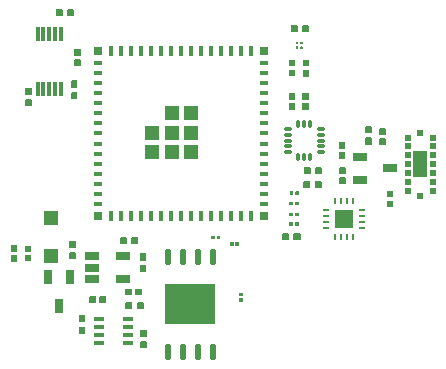
<source format=gtp>
G04 Layer: TopPasteMaskLayer*
G04 Panelize: , Column: 1, Row: 1, Board Size: 43.14mm x 33.02mm, Panelized Board Size: 43.14mm x 33.02mm*
G04 EasyEDA v6.5.39, 2023-12-15 19:25:59*
G04 3b811ad68a954a9fa16293bbb790c8b3,9a4ed40c0dd746429eaf55b84663d2fb,10*
G04 Gerber Generator version 0.2*
G04 Scale: 100 percent, Rotated: No, Reflected: No *
G04 Dimensions in millimeters *
G04 leading zeros omitted , absolute positions ,4 integer and 5 decimal *
%FSLAX45Y45*%
%MOMM*%

%AMMACRO1*21,1,$1,$2,0,0,$3*%
%AMMACRO2*4,1,4,-0.2,0.4001,0.2,0.4001,0.2,-0.4001,-0.2,-0.4001,-0.2,0.4001,0*%
%AMMACRO3*4,1,4,-0.1999,0.4001,0.1999,0.4001,0.1999,-0.4001,-0.1999,-0.4001,-0.1999,0.4001,0*%
%AMMACRO4*4,1,4,-0.2,0.4,0.2,0.4,0.2,-0.4,-0.2,-0.4,-0.2,0.4,0*%
%AMMACRO5*4,1,4,-0.1999,0.4,0.1999,0.4,0.1999,-0.4,-0.1999,-0.4,-0.1999,0.4,0*%
%ADD10R,1.1999X1.1999*%
%ADD11R,0.9000X0.4000*%
%ADD12O,0.5599938X1.3999972*%
%ADD13MACRO1,3.4X4.3002X90.0000*%
%ADD14R,0.7000X1.2500*%
%ADD15MACRO1,0.6223X1.1049X-90.0000*%
%ADD16R,1.2000X1.2000*%
%ADD17R,0.6000X0.5000*%
%ADD18R,0.3000X1.3000*%
%ADD19R,0.2500X0.6000*%
%ADD20R,0.6000X0.2500*%
%ADD21R,1.5000X1.5000*%
%ADD22O,0.7999984X0.2800096*%
%ADD23O,0.2800096X0.7999984*%
%ADD24R,0.8001X0.8001*%
%ADD25MACRO2*%
%ADD26MACRO3*%
%ADD27R,0.8001X0.4001*%
%ADD28MACRO4*%
%ADD29MACRO5*%
%ADD30R,0.5000X0.5000*%
%ADD31R,1.2000X2.3160*%
%ADD32R,1.2500X0.7000*%
%ADD33R,0.0106X0.7000*%

%LPD*%
G36*
X-70408Y-426415D02*
G01*
X-77419Y-431393D01*
X-77419Y-476402D01*
X-70408Y-481380D01*
X-22402Y-481380D01*
X-17373Y-476402D01*
X-17373Y-431393D01*
X-22402Y-426415D01*
G37*
G36*
X-168402Y-426415D02*
G01*
X-173380Y-431393D01*
X-173380Y-476402D01*
X-168402Y-481380D01*
X-120396Y-481380D01*
X-113385Y-476402D01*
X-113385Y-431393D01*
X-120396Y-426415D01*
G37*
G36*
X-563118Y-534873D02*
G01*
X-568096Y-539902D01*
X-568096Y-587908D01*
X-563118Y-594918D01*
X-518109Y-594918D01*
X-513080Y-587908D01*
X-513080Y-539902D01*
X-518109Y-534873D01*
G37*
G36*
X-563118Y-630885D02*
G01*
X-568096Y-637895D01*
X-568096Y-685901D01*
X-563118Y-690880D01*
X-518109Y-690880D01*
X-513080Y-685901D01*
X-513080Y-637895D01*
X-518109Y-630885D01*
G37*
G36*
X-41402Y-752094D02*
G01*
X-46380Y-759104D01*
X-46380Y-807110D01*
X-41402Y-812088D01*
X3606Y-812088D01*
X8585Y-807110D01*
X8585Y-759104D01*
X3606Y-752094D01*
G37*
G36*
X-41402Y-656082D02*
G01*
X-46380Y-661111D01*
X-46380Y-709117D01*
X-41402Y-716076D01*
X3606Y-716076D01*
X8585Y-709117D01*
X8585Y-661111D01*
X3606Y-656082D01*
G37*
G36*
X-474675Y-375005D02*
G01*
X-478688Y-379018D01*
X-478688Y-424992D01*
X-474675Y-429006D01*
X-424586Y-429006D01*
X-420624Y-424992D01*
X-420624Y-379018D01*
X-424586Y-375005D01*
G37*
G36*
X-389585Y-375005D02*
G01*
X-393598Y-379018D01*
X-393598Y-424992D01*
X-389585Y-429006D01*
X-339547Y-429006D01*
X-335534Y-424992D01*
X-335534Y-379018D01*
X-339547Y-375005D01*
G37*
G36*
X1218184Y255320D02*
G01*
X1215796Y252882D01*
X1215796Y225298D01*
X1218184Y222910D01*
X1244600Y222910D01*
X1246987Y225298D01*
X1246987Y252882D01*
X1244600Y255320D01*
G37*
G36*
X1265580Y255320D02*
G01*
X1263192Y252882D01*
X1263192Y225298D01*
X1265580Y222910D01*
X1291996Y222910D01*
X1294384Y225298D01*
X1294384Y252882D01*
X1291996Y255320D01*
G37*
G36*
X1217422Y334314D02*
G01*
X1215034Y331927D01*
X1215034Y304292D01*
X1217422Y301904D01*
X1243838Y301904D01*
X1246225Y304292D01*
X1246225Y331927D01*
X1243838Y334314D01*
G37*
G36*
X1264818Y334314D02*
G01*
X1262430Y331927D01*
X1262430Y304292D01*
X1264818Y301904D01*
X1291234Y301904D01*
X1293622Y304292D01*
X1293622Y331927D01*
X1291234Y334314D01*
G37*
G36*
X1216660Y427278D02*
G01*
X1214272Y424840D01*
X1214272Y397256D01*
X1216660Y394868D01*
X1243076Y394868D01*
X1245463Y397256D01*
X1245463Y424840D01*
X1243076Y427278D01*
G37*
G36*
X1264056Y427278D02*
G01*
X1261668Y424840D01*
X1261668Y397256D01*
X1264056Y394868D01*
X1290472Y394868D01*
X1292860Y397256D01*
X1292860Y424840D01*
X1290472Y427278D01*
G37*
G36*
X1219962Y513384D02*
G01*
X1217574Y510997D01*
X1217574Y483362D01*
X1219962Y480974D01*
X1246378Y480974D01*
X1248765Y483362D01*
X1248765Y510997D01*
X1246378Y513384D01*
G37*
G36*
X1267358Y513384D02*
G01*
X1264970Y510997D01*
X1264970Y483362D01*
X1267358Y480974D01*
X1293774Y480974D01*
X1296162Y483362D01*
X1296162Y510997D01*
X1293774Y513384D01*
G37*
G36*
X-1015390Y1390700D02*
G01*
X-1020368Y1385671D01*
X-1020368Y1337665D01*
X-1015390Y1330655D01*
X-970381Y1330655D01*
X-965403Y1337665D01*
X-965403Y1385671D01*
X-970381Y1390700D01*
G37*
G36*
X-1015390Y1294688D02*
G01*
X-1020368Y1287678D01*
X-1020368Y1239672D01*
X-1015390Y1234694D01*
X-970381Y1234694D01*
X-965403Y1239672D01*
X-965403Y1287678D01*
X-970381Y1294688D01*
G37*
G36*
X-85699Y-311099D02*
G01*
X-89712Y-315112D01*
X-89712Y-361086D01*
X-85699Y-365099D01*
X-35661Y-365099D01*
X-31648Y-361086D01*
X-31648Y-315112D01*
X-35661Y-311099D01*
G37*
G36*
X-170738Y-311099D02*
G01*
X-174752Y-315112D01*
X-174752Y-361086D01*
X-170738Y-365099D01*
X-120700Y-365099D01*
X-116687Y-361086D01*
X-116687Y-315112D01*
X-120700Y-311099D01*
G37*
G36*
X-1140866Y58623D02*
G01*
X-1144879Y54610D01*
X-1144879Y4572D01*
X-1140866Y558D01*
X-1094841Y558D01*
X-1090879Y4572D01*
X-1090879Y54610D01*
X-1094841Y58623D01*
G37*
G36*
X-1140866Y-26466D02*
G01*
X-1144879Y-30480D01*
X-1144879Y-80518D01*
X-1140866Y-84531D01*
X-1094841Y-84531D01*
X-1090879Y-80518D01*
X-1090879Y-30480D01*
X-1094841Y-26466D01*
G37*
G36*
X-213969Y127050D02*
G01*
X-218998Y122072D01*
X-218998Y77063D01*
X-213969Y72085D01*
X-165963Y72085D01*
X-158953Y77063D01*
X-158953Y122072D01*
X-165963Y127050D01*
G37*
G36*
X-115976Y127050D02*
G01*
X-122986Y122072D01*
X-122986Y77063D01*
X-115976Y72085D01*
X-67970Y72085D01*
X-62991Y77063D01*
X-62991Y122072D01*
X-67970Y127050D01*
G37*
G36*
X-641502Y97536D02*
G01*
X-646480Y92557D01*
X-646480Y44551D01*
X-641502Y37541D01*
X-596493Y37541D01*
X-591515Y44551D01*
X-591515Y92557D01*
X-596493Y97536D01*
G37*
G36*
X-641502Y1574D02*
G01*
X-646480Y-5435D01*
X-646480Y-53441D01*
X-641502Y-58419D01*
X-596493Y-58419D01*
X-591515Y-53441D01*
X-591515Y-5435D01*
X-596493Y1574D01*
G37*
G36*
X1327810Y1921459D02*
G01*
X1320800Y1916430D01*
X1320800Y1871421D01*
X1327810Y1866442D01*
X1375816Y1866442D01*
X1380794Y1871421D01*
X1380794Y1916430D01*
X1375816Y1921459D01*
G37*
G36*
X1229817Y1921459D02*
G01*
X1224838Y1916430D01*
X1224838Y1871421D01*
X1229817Y1866442D01*
X1277823Y1866442D01*
X1284833Y1871421D01*
X1284833Y1916430D01*
X1277823Y1921459D01*
G37*
G36*
X-47548Y-107696D02*
G01*
X-52578Y-114706D01*
X-52578Y-162712D01*
X-47548Y-167690D01*
X-2540Y-167690D01*
X2438Y-162712D01*
X2438Y-114706D01*
X-2540Y-107696D01*
G37*
G36*
X-47548Y-11684D02*
G01*
X-52578Y-16713D01*
X-52578Y-64719D01*
X-47548Y-71729D01*
X-2540Y-71729D01*
X2438Y-64719D01*
X2438Y-16713D01*
X-2540Y-11684D01*
G37*
G36*
X-629462Y1357376D02*
G01*
X-634492Y1350365D01*
X-634492Y1302359D01*
X-629462Y1297381D01*
X-584504Y1297381D01*
X-579475Y1302359D01*
X-579475Y1350365D01*
X-584504Y1357376D01*
G37*
G36*
X-629462Y1453388D02*
G01*
X-634492Y1448358D01*
X-634492Y1400352D01*
X-629462Y1393342D01*
X-584504Y1393342D01*
X-579475Y1400352D01*
X-579475Y1448358D01*
X-584504Y1453388D01*
G37*
G36*
X-601014Y1719478D02*
G01*
X-605028Y1715465D01*
X-605028Y1665427D01*
X-601014Y1661414D01*
X-555040Y1661414D01*
X-551027Y1665427D01*
X-551027Y1715465D01*
X-555040Y1719478D01*
G37*
G36*
X-601014Y1634388D02*
G01*
X-605028Y1630426D01*
X-605028Y1580337D01*
X-601014Y1576324D01*
X-555040Y1576324D01*
X-551027Y1580337D01*
X-551027Y1630426D01*
X-555040Y1634388D01*
G37*
G36*
X1340104Y717042D02*
G01*
X1335074Y712063D01*
X1335074Y667054D01*
X1340104Y662076D01*
X1388059Y662076D01*
X1395069Y667054D01*
X1395069Y712063D01*
X1388059Y717042D01*
G37*
G36*
X1438097Y717042D02*
G01*
X1431086Y712063D01*
X1431086Y667054D01*
X1438097Y662076D01*
X1486103Y662076D01*
X1491081Y667054D01*
X1491081Y712063D01*
X1486103Y717042D01*
G37*
G36*
X1212291Y1262329D02*
G01*
X1208278Y1258316D01*
X1208278Y1208278D01*
X1212291Y1204264D01*
X1258265Y1204264D01*
X1262278Y1208278D01*
X1262278Y1258316D01*
X1258265Y1262329D01*
G37*
G36*
X1212291Y1347419D02*
G01*
X1208278Y1343406D01*
X1208278Y1293317D01*
X1212291Y1289354D01*
X1258265Y1289354D01*
X1262278Y1293317D01*
X1262278Y1343406D01*
X1258265Y1347419D01*
G37*
G36*
X1329385Y1263599D02*
G01*
X1325372Y1259586D01*
X1325372Y1209548D01*
X1329385Y1205534D01*
X1375359Y1205534D01*
X1379372Y1209548D01*
X1379372Y1259586D01*
X1375359Y1263599D01*
G37*
G36*
X1329385Y1348689D02*
G01*
X1325372Y1344676D01*
X1325372Y1294587D01*
X1329385Y1290624D01*
X1375359Y1290624D01*
X1379372Y1294587D01*
X1379372Y1344676D01*
X1375359Y1348689D01*
G37*
G36*
X1338072Y599948D02*
G01*
X1333042Y594969D01*
X1333042Y549960D01*
X1338072Y544982D01*
X1386027Y544982D01*
X1393037Y549960D01*
X1393037Y594969D01*
X1386027Y599948D01*
G37*
G36*
X1436065Y599948D02*
G01*
X1429054Y594969D01*
X1429054Y549960D01*
X1436065Y544982D01*
X1484071Y544982D01*
X1489049Y549960D01*
X1489049Y594969D01*
X1484071Y599948D01*
G37*
G36*
X713689Y84277D02*
G01*
X711301Y81889D01*
X711301Y54305D01*
X713689Y51917D01*
X740105Y51917D01*
X742492Y54305D01*
X742492Y81889D01*
X740105Y84277D01*
G37*
G36*
X761085Y84277D02*
G01*
X758698Y81889D01*
X758698Y54305D01*
X761085Y51917D01*
X787501Y51917D01*
X789889Y54305D01*
X789889Y81889D01*
X787501Y84277D01*
G37*
G36*
X554380Y139141D02*
G01*
X551992Y136753D01*
X551992Y109118D01*
X554380Y106730D01*
X580796Y106730D01*
X583234Y109118D01*
X583234Y136753D01*
X580796Y139141D01*
G37*
G36*
X601827Y139141D02*
G01*
X599389Y136753D01*
X599389Y109118D01*
X601827Y106730D01*
X628243Y106730D01*
X630631Y109118D01*
X630631Y136753D01*
X628243Y139141D01*
G37*
G36*
X793140Y-389585D02*
G01*
X790752Y-392023D01*
X790752Y-418439D01*
X793140Y-420827D01*
X820775Y-420827D01*
X823163Y-418439D01*
X823163Y-392023D01*
X820775Y-389585D01*
G37*
G36*
X793140Y-342188D02*
G01*
X790752Y-344576D01*
X790752Y-370992D01*
X793140Y-373430D01*
X820775Y-373430D01*
X823163Y-370992D01*
X823163Y-344576D01*
X820775Y-342188D01*
G37*
G36*
X1310284Y1781556D02*
G01*
X1308252Y1779524D01*
X1308252Y1763522D01*
X1310284Y1761540D01*
X1326286Y1761540D01*
X1328267Y1763522D01*
X1328267Y1779524D01*
X1326286Y1781556D01*
G37*
G36*
X1310284Y1741525D02*
G01*
X1308252Y1739544D01*
X1308252Y1723542D01*
X1310284Y1721561D01*
X1326286Y1721561D01*
X1328267Y1723542D01*
X1328267Y1739544D01*
X1326286Y1741525D01*
G37*
G36*
X1270254Y1781556D02*
G01*
X1268272Y1779524D01*
X1268272Y1763522D01*
X1270254Y1761540D01*
X1286256Y1761540D01*
X1288288Y1763522D01*
X1288288Y1779524D01*
X1286256Y1781556D01*
G37*
G36*
X1270254Y1741525D02*
G01*
X1268272Y1739544D01*
X1268272Y1723542D01*
X1270254Y1721561D01*
X1286256Y1721561D01*
X1288288Y1723542D01*
X1288288Y1739544D01*
X1286256Y1741525D01*
G37*
G36*
X1213561Y1544726D02*
G01*
X1209548Y1540764D01*
X1209548Y1490675D01*
X1213561Y1486662D01*
X1259535Y1486662D01*
X1263548Y1490675D01*
X1263548Y1540764D01*
X1259535Y1544726D01*
G37*
G36*
X1213561Y1629816D02*
G01*
X1209548Y1625803D01*
X1209548Y1575765D01*
X1213561Y1571752D01*
X1259535Y1571752D01*
X1263548Y1575765D01*
X1263548Y1625803D01*
X1259535Y1629816D01*
G37*
G36*
X1333449Y1544472D02*
G01*
X1329436Y1540510D01*
X1329436Y1490421D01*
X1333449Y1486408D01*
X1379423Y1486408D01*
X1383436Y1490421D01*
X1383436Y1540510D01*
X1379423Y1544472D01*
G37*
G36*
X1333449Y1629562D02*
G01*
X1329436Y1625549D01*
X1329436Y1575511D01*
X1333449Y1571498D01*
X1379423Y1571498D01*
X1383436Y1575511D01*
X1383436Y1625549D01*
X1379423Y1629562D01*
G37*
G36*
X-660704Y2057654D02*
G01*
X-667715Y2052675D01*
X-667715Y2007666D01*
X-660704Y2002688D01*
X-612698Y2002688D01*
X-607720Y2007666D01*
X-607720Y2052675D01*
X-612698Y2057654D01*
G37*
G36*
X-758698Y2057654D02*
G01*
X-763727Y2052675D01*
X-763727Y2007666D01*
X-758698Y2002688D01*
X-710692Y2002688D01*
X-703732Y2007666D01*
X-703732Y2052675D01*
X-710692Y2057654D01*
G37*
G36*
X1257096Y157378D02*
G01*
X1250086Y152400D01*
X1250086Y107391D01*
X1257096Y102412D01*
X1305102Y102412D01*
X1310081Y107391D01*
X1310081Y152400D01*
X1305102Y157378D01*
G37*
G36*
X1159103Y157378D02*
G01*
X1154074Y152400D01*
X1154074Y107391D01*
X1159103Y102412D01*
X1207109Y102412D01*
X1214120Y107391D01*
X1214120Y152400D01*
X1207109Y157378D01*
G37*
G36*
X1638706Y846023D02*
G01*
X1634693Y842010D01*
X1634693Y791921D01*
X1638706Y787958D01*
X1684680Y787958D01*
X1688693Y791921D01*
X1688693Y842010D01*
X1684680Y846023D01*
G37*
G36*
X1638706Y931062D02*
G01*
X1634693Y927049D01*
X1634693Y877011D01*
X1638706Y872998D01*
X1684680Y872998D01*
X1688693Y877011D01*
X1688693Y927049D01*
X1684680Y931062D01*
G37*
G36*
X2044293Y521258D02*
G01*
X2040280Y517245D01*
X2040280Y467207D01*
X2044293Y463194D01*
X2090318Y463194D01*
X2094280Y467207D01*
X2094280Y517245D01*
X2090318Y521258D01*
G37*
G36*
X2044293Y436219D02*
G01*
X2040280Y432206D01*
X2040280Y382117D01*
X2044293Y378155D01*
X2090318Y378155D01*
X2094280Y382117D01*
X2094280Y432206D01*
X2090318Y436219D01*
G37*
G36*
X1981301Y1048359D02*
G01*
X1977288Y1044346D01*
X1977288Y994308D01*
X1981301Y990295D01*
X2027275Y990295D01*
X2031288Y994308D01*
X2031288Y1044346D01*
X2027275Y1048359D01*
G37*
G36*
X1981301Y963320D02*
G01*
X1977288Y959307D01*
X1977288Y909218D01*
X1981301Y905256D01*
X2027275Y905256D01*
X2031288Y909218D01*
X2031288Y959307D01*
X2027275Y963320D01*
G37*
G36*
X1640789Y717753D02*
G01*
X1636776Y713740D01*
X1636776Y663702D01*
X1640789Y659688D01*
X1686814Y659688D01*
X1690776Y663702D01*
X1690776Y713740D01*
X1686814Y717753D01*
G37*
G36*
X1640789Y632714D02*
G01*
X1636776Y628700D01*
X1636776Y578612D01*
X1640789Y574649D01*
X1686814Y574649D01*
X1690776Y578612D01*
X1690776Y628700D01*
X1686814Y632714D01*
G37*
G36*
X1863598Y1066190D02*
G01*
X1858619Y1061212D01*
X1858619Y1013206D01*
X1863598Y1006195D01*
X1908606Y1006195D01*
X1913585Y1013206D01*
X1913585Y1061212D01*
X1908606Y1066190D01*
G37*
G36*
X1863598Y970178D02*
G01*
X1858619Y963218D01*
X1858619Y915212D01*
X1863598Y910183D01*
X1908606Y910183D01*
X1913585Y915212D01*
X1913585Y963218D01*
X1908606Y970178D01*
G37*
D10*
G01*
X52250Y1011953D03*
G01*
X52250Y846955D03*
G01*
X217248Y846955D03*
G01*
X382247Y846955D03*
G01*
X382247Y1011953D03*
G01*
X382247Y1176952D03*
G01*
X217248Y1176952D03*
G01*
X217248Y1011953D03*
D11*
G01*
X-399590Y-570593D03*
G01*
X-399590Y-635591D03*
G01*
X-399590Y-700590D03*
G01*
X-399590Y-765589D03*
G01*
X-147596Y-765589D03*
G01*
X-147596Y-700590D03*
G01*
X-147596Y-635591D03*
G01*
X-147596Y-570593D03*
D12*
G01*
X186438Y-845472D03*
G01*
X313438Y-845472D03*
G01*
X440438Y-845472D03*
G01*
X567438Y-845472D03*
G01*
X567438Y-39987D03*
G01*
X440438Y-39987D03*
G01*
X313438Y-39987D03*
G01*
X186438Y-39987D03*
D13*
G01*
X376938Y-442729D03*
D14*
G01*
X-734387Y-457080D03*
G01*
X-829383Y-207144D03*
G01*
X-639391Y-207144D03*
D15*
G01*
X-195882Y-225788D03*
G01*
X-195882Y-35847D03*
G01*
X-455876Y-35821D03*
G01*
X-455876Y-130741D03*
G01*
X-455876Y-225788D03*
D16*
G01*
X-801621Y289272D03*
G01*
X-801621Y-30716D03*
D17*
G01*
X-997963Y-52204D03*
G01*
X-997963Y27805D03*
D18*
G01*
X-916759Y1377104D03*
G01*
X-866772Y1377104D03*
G01*
X-816785Y1377104D03*
G01*
X-766772Y1377104D03*
G01*
X-716760Y1377104D03*
G01*
X-716785Y1847080D03*
G01*
X-766772Y1847080D03*
G01*
X-816759Y1847080D03*
G01*
X-866772Y1847080D03*
G01*
X-916785Y1847080D03*
D19*
G01*
X1602767Y129100D03*
G01*
X1652780Y129100D03*
G01*
X1702767Y129100D03*
G01*
X1752780Y129100D03*
D20*
G01*
X1827608Y204284D03*
G01*
X1827608Y254297D03*
G01*
X1827608Y304284D03*
G01*
X1827608Y354296D03*
D19*
G01*
X1752627Y429099D03*
G01*
X1702615Y429099D03*
G01*
X1652628Y429099D03*
G01*
X1602767Y429099D03*
D20*
G01*
X1527609Y354296D03*
G01*
X1527609Y304284D03*
G01*
X1527609Y254297D03*
G01*
X1527609Y204284D03*
D21*
G01*
X1677621Y279087D03*
D22*
G01*
X1481889Y844618D03*
G01*
X1481889Y894631D03*
G01*
X1481889Y944618D03*
G01*
X1481889Y994630D03*
G01*
X1481889Y1044618D03*
D23*
G01*
X1391871Y1084623D03*
G01*
X1341884Y1084623D03*
G01*
X1291871Y1084623D03*
D22*
G01*
X1201879Y1044618D03*
G01*
X1201879Y994630D03*
G01*
X1201879Y944618D03*
G01*
X1201879Y894631D03*
G01*
X1201879Y844618D03*
D23*
G01*
X1291871Y804638D03*
G01*
X1341884Y804638D03*
G01*
X1391871Y804638D03*
D24*
G01*
X-402993Y1704306D03*
D25*
G01*
X-298002Y1704306D03*
G01*
X-212989Y1704306D03*
G01*
X-128000Y1704306D03*
G01*
X-42986Y1704306D03*
G01*
X42001Y1704306D03*
D26*
G01*
X127002Y1704306D03*
D25*
G01*
X212003Y1704306D03*
G01*
X382005Y1704306D03*
D26*
G01*
X297004Y1704306D03*
G01*
X467006Y1704306D03*
D25*
G01*
X552008Y1704306D03*
G01*
X636996Y1704306D03*
G01*
X722010Y1704306D03*
G01*
X806998Y1704306D03*
G01*
X892012Y1704306D03*
D24*
G01*
X997003Y1704306D03*
D27*
G01*
X997003Y1599303D03*
G01*
X997003Y1514314D03*
G01*
X997003Y1429326D03*
G01*
X997003Y1344312D03*
G01*
X997003Y1259298D03*
G01*
X997003Y1174310D03*
G01*
X997003Y1089296D03*
G01*
X997003Y1004333D03*
G01*
X997003Y919319D03*
G01*
X997003Y834306D03*
G01*
X997003Y749317D03*
G01*
X997003Y664303D03*
G01*
X997003Y579315D03*
G01*
X997003Y494301D03*
G01*
X997003Y409313D03*
D24*
G01*
X997003Y304309D03*
D28*
G01*
X892012Y304309D03*
G01*
X806998Y304309D03*
G01*
X722010Y304309D03*
G01*
X636996Y304309D03*
G01*
X552008Y304309D03*
D29*
G01*
X467006Y304309D03*
D28*
G01*
X382005Y304309D03*
D29*
G01*
X297004Y304309D03*
D28*
G01*
X212003Y304309D03*
D29*
G01*
X127002Y304309D03*
D28*
G01*
X42001Y304309D03*
G01*
X-42986Y304309D03*
G01*
X-128000Y304309D03*
G01*
X-212989Y304309D03*
G01*
X-298002Y304309D03*
D24*
G01*
X-402993Y304309D03*
D27*
G01*
X-402993Y409313D03*
G01*
X-402993Y494301D03*
G01*
X-402993Y579315D03*
G01*
X-402993Y664303D03*
G01*
X-402993Y749317D03*
G01*
X-402993Y834306D03*
G01*
X-402993Y919319D03*
G01*
X-402993Y1004333D03*
G01*
X-402993Y1089296D03*
G01*
X-402993Y1174310D03*
G01*
X-402993Y1259298D03*
G01*
X-402993Y1344312D03*
G01*
X-402993Y1429326D03*
G01*
X-402993Y1599303D03*
G01*
X-402993Y1514314D03*
D30*
G01*
X2217473Y518965D03*
G01*
X2217473Y593971D03*
G01*
X2217473Y668952D03*
G01*
X2217473Y743958D03*
G01*
X2217473Y818964D03*
G01*
X2217473Y893970D03*
G01*
X2217473Y968951D03*
G01*
X2322476Y478960D03*
D31*
G01*
X2322476Y743958D03*
D30*
G01*
X2322476Y1008956D03*
G01*
X2427455Y518965D03*
G01*
X2427455Y593971D03*
G01*
X2427455Y668952D03*
G01*
X2427455Y743958D03*
G01*
X2427455Y818964D03*
G01*
X2427455Y893970D03*
G01*
X2427455Y968951D03*
D32*
G01*
X2065657Y709490D03*
G01*
X1815721Y614494D03*
G01*
X1815721Y804486D03*
M02*

</source>
